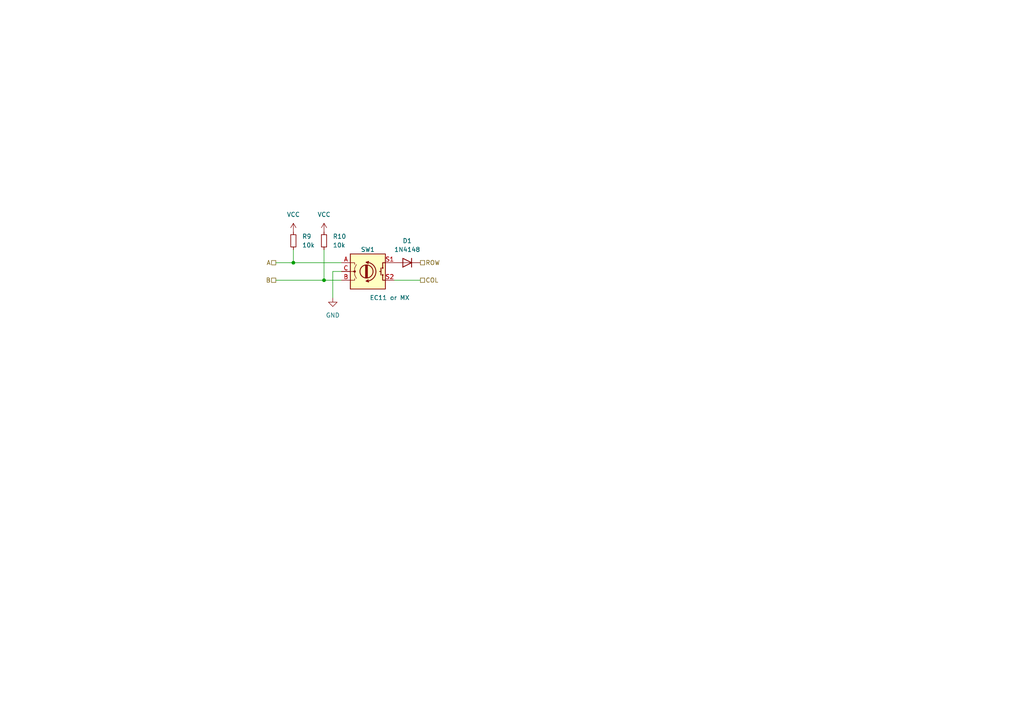
<source format=kicad_sch>
(kicad_sch (version 20211123) (generator eeschema)
  (paper "A4")
  (lib_symbols
    (symbol "Device:D" (pin_numbers hide) (pin_names (offset 1.016) hide)
      (property "Reference" "D" (at 0 2.54 0))
      (property "Value" "D" (at 0 -2.54 0))
      (symbol "D_0_1"
        (polyline (pts (xy -1.27 1.27) (xy -1.27 -1.27)) (stroke (width 0.254)))
        (polyline (pts (xy 1.27 0) (xy -1.27 0)))
        (polyline (pts (xy 1.27 1.27) (xy 1.27 -1.27) (xy -1.27 0) (xy 1.27 1.27)) (stroke (width 0.254)))
      )
      (symbol "D_1_1"
        (pin passive line (at -3.81 0 0) (length 2.54) (name "K") (number "1"))
        (pin passive line (at 3.81 0 180) (length 2.54) (name "A") (number "2"))
      )
    )
    (symbol "Device:R_Small" (pin_numbers hide) (pin_names (offset 0.254) hide)
      (property "Reference" "R" (at 0.762 0.508 0))
      (property "Value" "R_Small" (at 0.762 -1.016 0))
      (symbol "R_Small_0_1"
        (rectangle (start -0.762 1.778) (end 0.762 -1.778) (stroke (width 0.2032)))
      )
      (symbol "R_Small_1_1"
        (pin passive line (at 0 2.54 270) (length 0.762) (name "~") (number "1"))
        (pin passive line (at 0 -2.54 90) (length 0.762) (name "~") (number "2"))
      )
    )
    (symbol "Device:RotaryEncoder_Switch" (pin_names (offset 0.254) hide)
      (property "Reference" "SW" (at 0 6.604 0))
      (property "Value" "RotaryEncoder_Switch" (at 0 -6.604 0))
      (symbol "RotaryEncoder_Switch_0_1"
        (rectangle (start -5.08 5.08) (end 5.08 -5.08) (stroke (width 0.254)) (fill (type background)))
        (circle (center -3.81 0) (radius 0.254) (fill (type outline)))
        (arc (start -0.381 -2.794) (mid 2.3622 -0.0508) (end -0.381 2.667) (stroke (width 0.254)))
        (circle (center -0.381 0) (radius 1.905) (stroke (width 0.254)))
        (polyline (pts (xy -0.635 -1.778) (xy -0.635 1.778)) (stroke (width 0.254)))
        (polyline (pts (xy -0.381 -1.778) (xy -0.381 1.778)) (stroke (width 0.254)))
        (polyline (pts (xy -0.127 1.778) (xy -0.127 -1.778)) (stroke (width 0.254)))
        (polyline (pts (xy 3.81 0) (xy 3.429 0)) (stroke (width 0.254)))
        (polyline (pts (xy 3.81 1.016) (xy 3.81 -1.016)) (stroke (width 0.254)))
        (polyline (pts (xy -5.08 -2.54) (xy -3.81 -2.54) (xy -3.81 -2.032)))
        (polyline (pts (xy -5.08 2.54) (xy -3.81 2.54) (xy -3.81 2.032)))
        (polyline (pts (xy 0.254 -3.048) (xy -0.508 -2.794) (xy 0.127 -2.413)) (stroke (width 0.254)))
        (polyline (pts (xy 0.254 2.921) (xy -0.508 2.667) (xy 0.127 2.286)) (stroke (width 0.254)))
        (polyline (pts (xy 5.08 -2.54) (xy 4.318 -2.54) (xy 4.318 -1.016)) (stroke (width 0.254)))
        (polyline (pts (xy 5.08 2.54) (xy 4.318 2.54) (xy 4.318 1.016)) (stroke (width 0.254)))
        (polyline (pts (xy -5.08 0) (xy -3.81 0) (xy -3.81 -1.016) (xy -3.302 -2.032)))
        (polyline (pts (xy -4.318 0) (xy -3.81 0) (xy -3.81 1.016) (xy -3.302 2.032)))
        (circle (center 4.318 -1.016) (radius 0.127) (stroke (width 0.254)))
        (circle (center 4.318 1.016) (radius 0.127) (stroke (width 0.254)))
      )
      (symbol "RotaryEncoder_Switch_1_1"
        (pin passive line (at -7.62 2.54 0) (length 2.54) (name "A") (number "A"))
        (pin passive line (at -7.62 -2.54 0) (length 2.54) (name "B") (number "B"))
        (pin passive line (at -7.62 0 0) (length 2.54) (name "C") (number "C"))
        (pin passive line (at 7.62 2.54 180) (length 2.54) (name "S1") (number "S1"))
        (pin passive line (at 7.62 -2.54 180) (length 2.54) (name "S2") (number "S2"))
      )
    )
    (symbol "power:GND" (power) (pin_names (offset 0))
      (property "Value" "GND" (at 0 -3.81 0))
      (symbol "GND_0_1"
        (polyline (pts (xy 0 0) (xy 0 -1.27) (xy 1.27 -1.27) (xy 0 -2.54) (xy -1.27 -1.27) (xy 0 -1.27)))
      )
      (symbol "GND_1_1"
        (pin power_in line (at 0 0 270) (length 0) hide (name "GND") (number "1"))
      )
    )
    (symbol "power:VCC" (power) (pin_names (offset 0))
      (property "Value" "VCC" (at 0 3.81 0))
      (symbol "VCC_0_1"
        (polyline (pts (xy -0.762 1.27) (xy 0 2.54)))
        (polyline (pts (xy 0 0) (xy 0 2.54)))
        (polyline (pts (xy 0 2.54) (xy 0.762 1.27)))
      )
      (symbol "VCC_1_1"
        (pin power_in line (at 0 0 90) (length 0) hide (name "VCC") (number "1"))
      )
    )
  )
  (junction (at 93.98 81.28))
  (junction (at 85.09 76.2))
  (wire (pts (xy 114.3 81.28) (xy 121.92 81.28)))
  (wire (pts (xy 85.09 72.39) (xy 85.09 76.2)))
  (wire (pts (xy 99.06 78.74) (xy 96.52 78.74)))
  (wire (pts (xy 80.01 81.28) (xy 93.98 81.28)))
  (wire (pts (xy 93.98 81.28) (xy 99.06 81.28)))
  (wire (pts (xy 96.52 78.74) (xy 96.52 86.36)))
  (wire (pts (xy 80.01 76.2) (xy 85.09 76.2)))
  (wire (pts (xy 93.98 72.39) (xy 93.98 81.28)))
  (wire (pts (xy 85.09 76.2) (xy 99.06 76.2)))
  (hierarchical_label "ROW" (shape passive) (at 121.92 76.2 0))
  (hierarchical_label "B" (shape passive) (at 80.01 81.28 180))
  (hierarchical_label "A" (shape passive) (at 80.01 76.2 180))
  (hierarchical_label "COL" (shape passive) (at 121.92 81.28 0))
  (symbol (lib_id "Device:D") (at 118.11 76.2 180) (unit 1)
    (property "Reference" "D1" (at 118.11 69.85 0))
    (property "Value" "1N4148" (at 118.11 72.39 0))
    (property "Footprint" "agausmann:1N4148_Hybrid_SMD_THT" (effects hide))
  )
  (symbol (lib_id "power:GND") (at 96.52 86.36 0) (unit 1)
    (property "Reference" "#PWR0109" (effects hide))
    (property "Value" "GND" (at 96.52 91.44 0))
  )
  (symbol (lib_id "Device:R_Small") (at 93.98 69.85 180) (unit 1)
    (property "Reference" "R10" (at 96.52 68.5799 0) (effects (justify right)))
    (property "Value" "10k" (at 96.52 71.1199 0) (effects (justify right)))
    (property "Footprint" "agausmann:R_Hybrid_SMD_THT" (effects hide))
  )
  (symbol (lib_id "power:VCC") (at 85.09 67.31 0) (unit 1)
    (property "Reference" "#PWR0108" (effects hide))
    (property "Value" "VCC" (at 85.09 62.23 0))
  )
  (symbol (lib_id "power:VCC") (at 93.98 67.31 0) (unit 1)
    (property "Reference" "#PWR0107" (effects hide))
    (property "Value" "VCC" (at 93.98 62.23 0))
  )
  (symbol (lib_id "Device:RotaryEncoder_Switch") (at 106.68 78.74 0) (unit 1)
    (property "Reference" "SW1" (at 106.68 72.39 0))
    (property "Value" "EC11 or MX" (at 113.03 86.36 0))
    (property "Footprint" "agausmann:Hybrid_EC11_or_MX" (effects hide))
  )
  (symbol (lib_id "Device:R_Small") (at 85.09 69.85 180) (unit 1)
    (property "Reference" "R9" (at 87.63 68.5799 0) (effects (justify right)))
    (property "Value" "10k" (at 87.63 71.1199 0) (effects (justify right)))
    (property "Footprint" "agausmann:R_Hybrid_SMD_THT" (effects hide))
  )
)
</source>
